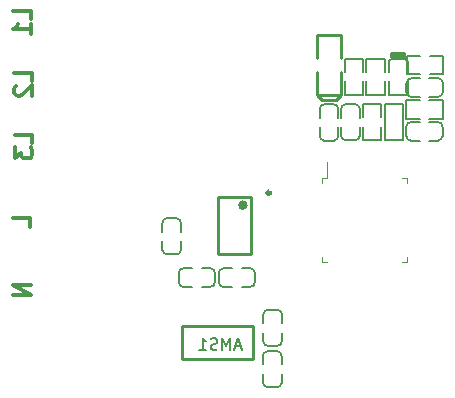
<source format=gbr>
%TF.GenerationSoftware,KiCad,Pcbnew,(5.0.2)-1*%
%TF.CreationDate,2020-06-03T15:28:38+08:00*%
%TF.ProjectId,MixRelays,4d697852-656c-4617-9973-2e6b69636164,rev?*%
%TF.SameCoordinates,Original*%
%TF.FileFunction,Legend,Bot*%
%TF.FilePolarity,Positive*%
%FSLAX46Y46*%
G04 Gerber Fmt 4.6, Leading zero omitted, Abs format (unit mm)*
G04 Created by KiCad (PCBNEW (5.0.2)-1) date 2020-06-03 15:28:38*
%MOMM*%
%LPD*%
G01*
G04 APERTURE LIST*
%ADD10C,0.300000*%
%ADD11C,0.254000*%
%ADD12C,0.200000*%
%ADD13C,0.120000*%
%ADD14C,0.400000*%
%ADD15C,0.150000*%
G04 APERTURE END LIST*
D10*
X115090331Y-128600888D02*
X113590331Y-128600888D01*
X115090331Y-129458031D01*
X113590331Y-129458031D01*
X115072551Y-123639045D02*
X115072551Y-122924760D01*
X113572551Y-122924760D01*
X115235111Y-116569680D02*
X115235111Y-115855394D01*
X113735111Y-115855394D01*
X113735111Y-116926822D02*
X113735111Y-117855394D01*
X114306540Y-117355394D01*
X114306540Y-117569680D01*
X114377968Y-117712537D01*
X114449397Y-117783965D01*
X114592254Y-117855394D01*
X114949397Y-117855394D01*
X115092254Y-117783965D01*
X115163682Y-117712537D01*
X115235111Y-117569680D01*
X115235111Y-117141108D01*
X115163682Y-116998251D01*
X115092254Y-116926822D01*
X115224951Y-111299180D02*
X115224951Y-110584894D01*
X113724951Y-110584894D01*
X113867808Y-111727751D02*
X113796380Y-111799180D01*
X113724951Y-111942037D01*
X113724951Y-112299180D01*
X113796380Y-112442037D01*
X113867808Y-112513465D01*
X114010665Y-112584894D01*
X114153522Y-112584894D01*
X114367808Y-112513465D01*
X115224951Y-111656322D01*
X115224951Y-112584894D01*
X115100491Y-106074400D02*
X115100491Y-105360114D01*
X113600491Y-105360114D01*
X115100491Y-107360114D02*
X115100491Y-106502971D01*
X115100491Y-106931542D02*
X113600491Y-106931542D01*
X113814777Y-106788685D01*
X113957634Y-106645828D01*
X114029062Y-106502971D01*
D11*
X141359860Y-112451060D02*
X140957860Y-112887060D01*
X139355860Y-112451060D02*
X139757860Y-112887060D01*
X140957860Y-112887060D02*
X139757860Y-112887060D01*
X139355860Y-110514060D02*
X139355860Y-112451060D01*
X139355860Y-107377060D02*
X139355860Y-109314060D01*
X141359860Y-107377060D02*
X141359860Y-109314060D01*
X141359860Y-110514060D02*
X141359860Y-112451060D01*
X141359860Y-107377060D02*
X139355860Y-107377060D01*
X141359860Y-112451060D02*
X139355860Y-112451060D01*
D12*
X146646960Y-113249760D02*
X145066960Y-113249760D01*
X146646960Y-113249760D02*
X146646960Y-116319760D01*
X146646960Y-116319760D02*
X145066960Y-116319760D01*
X145066960Y-113249760D02*
X145066960Y-116319760D01*
X149990760Y-111469060D02*
G75*
G03X149590760Y-111069060I-400000J0D01*
G01*
X149590760Y-112649060D02*
G75*
G03X149990760Y-112249060I0J400000D01*
G01*
X146920760Y-112249060D02*
G75*
G03X147320760Y-112649060I400000J0D01*
G01*
X147320760Y-111069060D02*
G75*
G03X146920760Y-111469060I0J-400000D01*
G01*
X149590760Y-112649060D02*
X148855760Y-112649060D01*
X148055760Y-112649060D02*
X147320760Y-112649060D01*
X148055760Y-111069060D02*
X147320760Y-111069060D01*
X149990760Y-112249060D02*
X149990760Y-111469060D01*
X146920760Y-112249060D02*
X146920760Y-111469060D01*
X149590760Y-111069060D02*
X148855760Y-111069060D01*
X148855760Y-112923260D02*
X149990760Y-112923260D01*
X146920760Y-112923260D02*
X148055760Y-112923260D01*
X148855760Y-114503260D02*
X149990760Y-114503260D01*
X146920760Y-112923260D02*
X146920760Y-114503260D01*
X149990760Y-112923260D02*
X149990760Y-114503260D01*
X146920760Y-114503260D02*
X148055760Y-114503260D01*
X141676060Y-109401660D02*
X141676060Y-110536660D01*
X143256060Y-112471660D02*
X141676060Y-112471660D01*
X143256060Y-109401660D02*
X141676060Y-109401660D01*
X141676060Y-111336660D02*
X141676060Y-112471660D01*
X143256060Y-109401660D02*
X143256060Y-110536660D01*
X143256060Y-111336660D02*
X143256060Y-112471660D01*
X148873160Y-109151360D02*
X150008160Y-109151360D01*
X146938160Y-109151360D02*
X148073160Y-109151360D01*
X148873160Y-110731360D02*
X150008160Y-110731360D01*
X146938160Y-109151360D02*
X146938160Y-110731360D01*
X150008160Y-109151360D02*
X150008160Y-110731360D01*
X146938160Y-110731360D02*
X148073160Y-110731360D01*
D13*
X139807760Y-126645860D02*
X140227760Y-126645860D01*
X146927760Y-126645860D02*
X146507760Y-126645860D01*
X146927760Y-119525860D02*
X146507760Y-119525860D01*
X139807760Y-119525860D02*
X139807760Y-119945860D01*
X146927760Y-126645860D02*
X146927760Y-126225860D01*
X139807760Y-126645860D02*
X139807760Y-126225860D01*
X140227760Y-119525860D02*
X140227760Y-118145860D01*
X139807760Y-119525860D02*
X140227760Y-119525860D01*
X146927760Y-119525860D02*
X146927760Y-119945860D01*
D14*
X133265440Y-121817660D02*
G75*
G03X133265440Y-121817660I-200000J0D01*
G01*
D10*
X135415440Y-120767660D02*
G75*
G03X135415440Y-120767660I-150000J0D01*
G01*
D11*
X133765440Y-125917660D02*
X130965440Y-125917660D01*
X133765440Y-121117660D02*
X130965440Y-121117660D01*
X130965440Y-121117660D02*
X130965440Y-125917660D01*
X133765440Y-121117660D02*
X133765440Y-125917660D01*
D12*
X139567860Y-113670460D02*
X139567860Y-114405460D01*
X140747860Y-116340460D02*
X139967860Y-116340460D01*
X140747860Y-113270460D02*
X139967860Y-113270460D01*
X139567860Y-115205460D02*
X139567860Y-115940460D01*
X141147860Y-115205460D02*
X141147860Y-115940460D01*
X141147860Y-113670460D02*
X141147860Y-114405460D01*
X139567860Y-115940460D02*
G75*
G03X139967860Y-116340460I400000J0D01*
G01*
X140747860Y-116340460D02*
G75*
G03X141147860Y-115940460I0J400000D01*
G01*
X141147860Y-113670460D02*
G75*
G03X140747860Y-113270460I-400000J0D01*
G01*
X139967860Y-113270460D02*
G75*
G03X139567860Y-113670460I0J-400000D01*
G01*
X135977384Y-133738370D02*
G75*
G03X136377384Y-133338370I0J400000D01*
G01*
X134797384Y-133338370D02*
G75*
G03X135197384Y-133738370I400000J0D01*
G01*
X135197384Y-130668370D02*
G75*
G03X134797384Y-131068370I0J-400000D01*
G01*
X136377384Y-131068370D02*
G75*
G03X135977384Y-130668370I-400000J0D01*
G01*
X134797384Y-133338370D02*
X134797384Y-132603370D01*
X134797384Y-131803370D02*
X134797384Y-131068370D01*
X136377384Y-131803370D02*
X136377384Y-131068370D01*
X135197384Y-133738370D02*
X135977384Y-133738370D01*
X135197384Y-130668370D02*
X135977384Y-130668370D01*
X136377384Y-133338370D02*
X136377384Y-132603370D01*
X131421050Y-128737776D02*
X132156050Y-128737776D01*
X134091050Y-127557776D02*
X134091050Y-128337776D01*
X131021050Y-127557776D02*
X131021050Y-128337776D01*
X132956050Y-128737776D02*
X133691050Y-128737776D01*
X132956050Y-127157776D02*
X133691050Y-127157776D01*
X131421050Y-127157776D02*
X132156050Y-127157776D01*
X133691050Y-128737776D02*
G75*
G03X134091050Y-128337776I0J400000D01*
G01*
X134091050Y-127557776D02*
G75*
G03X133691050Y-127157776I-400000J0D01*
G01*
X131421050Y-127157776D02*
G75*
G03X131021050Y-127557776I0J-400000D01*
G01*
X131021050Y-128337776D02*
G75*
G03X131421050Y-128737776I400000J0D01*
G01*
X130708150Y-127555236D02*
G75*
G03X130308150Y-127155236I-400000J0D01*
G01*
X130308150Y-128735236D02*
G75*
G03X130708150Y-128335236I0J400000D01*
G01*
X127638150Y-128335236D02*
G75*
G03X128038150Y-128735236I400000J0D01*
G01*
X128038150Y-127155236D02*
G75*
G03X127638150Y-127555236I0J-400000D01*
G01*
X130308150Y-128735236D02*
X129573150Y-128735236D01*
X128773150Y-128735236D02*
X128038150Y-128735236D01*
X128773150Y-127155236D02*
X128038150Y-127155236D01*
X130708150Y-128335236D02*
X130708150Y-127555236D01*
X127638150Y-128335236D02*
X127638150Y-127555236D01*
X130308150Y-127155236D02*
X129573150Y-127155236D01*
X146822260Y-109423960D02*
X147015260Y-109623960D01*
X145628260Y-109423960D02*
X145435260Y-109623960D01*
X145435260Y-109623960D02*
X145435260Y-110523960D01*
X147015260Y-112458960D02*
X145435260Y-112458960D01*
X146822260Y-109423960D02*
X145628260Y-109423960D01*
X145435260Y-111323960D02*
X145435260Y-112458960D01*
X147015260Y-109623960D02*
X147015260Y-110523960D01*
X147015260Y-111323960D02*
X147015260Y-112458960D01*
D15*
G36*
X146825260Y-108948960D02*
X146825260Y-109248960D01*
X145625260Y-109248960D01*
X145625260Y-108948960D01*
X146825260Y-108948960D01*
G37*
X146825260Y-108948960D02*
X146825260Y-109248960D01*
X145625260Y-109248960D01*
X145625260Y-108948960D01*
X146825260Y-108948960D01*
D12*
X145110260Y-112471660D02*
X145110260Y-111336660D01*
X143530260Y-109401660D02*
X145110260Y-109401660D01*
X143530260Y-112471660D02*
X145110260Y-112471660D01*
X145110260Y-110536660D02*
X145110260Y-109401660D01*
X143530260Y-112471660D02*
X143530260Y-111336660D01*
X143530260Y-110536660D02*
X143530260Y-109401660D01*
X143212760Y-114384760D02*
X143212760Y-113249760D01*
X143212760Y-116319760D02*
X143212760Y-115184760D01*
X144792760Y-114384760D02*
X144792760Y-113249760D01*
X143212760Y-116319760D02*
X144792760Y-116319760D01*
X143212760Y-113249760D02*
X144792760Y-113249760D01*
X144792760Y-116319760D02*
X144792760Y-115184760D01*
X126653180Y-122917000D02*
G75*
G03X126253180Y-123317000I0J-400000D01*
G01*
X127833180Y-123317000D02*
G75*
G03X127433180Y-122917000I-400000J0D01*
G01*
X127433180Y-125987000D02*
G75*
G03X127833180Y-125587000I0J400000D01*
G01*
X126253180Y-125587000D02*
G75*
G03X126653180Y-125987000I400000J0D01*
G01*
X127833180Y-123317000D02*
X127833180Y-124052000D01*
X127833180Y-124852000D02*
X127833180Y-125587000D01*
X126253180Y-124852000D02*
X126253180Y-125587000D01*
X127433180Y-122917000D02*
X126653180Y-122917000D01*
X127433180Y-125987000D02*
X126653180Y-125987000D01*
X126253180Y-123317000D02*
X126253180Y-124052000D01*
X135166904Y-134165950D02*
G75*
G03X134766904Y-134565950I0J-400000D01*
G01*
X136346904Y-134565950D02*
G75*
G03X135946904Y-134165950I-400000J0D01*
G01*
X135946904Y-137235950D02*
G75*
G03X136346904Y-136835950I0J400000D01*
G01*
X134766904Y-136835950D02*
G75*
G03X135166904Y-137235950I400000J0D01*
G01*
X136346904Y-134565950D02*
X136346904Y-135300950D01*
X136346904Y-136100950D02*
X136346904Y-136835950D01*
X134766904Y-136100950D02*
X134766904Y-136835950D01*
X135946904Y-134165950D02*
X135166904Y-134165950D01*
X135946904Y-137235950D02*
X135166904Y-137235950D01*
X134766904Y-134565950D02*
X134766904Y-135300950D01*
X142563960Y-116332460D02*
G75*
G03X142963960Y-115932460I0J400000D01*
G01*
X141383960Y-115932460D02*
G75*
G03X141783960Y-116332460I400000J0D01*
G01*
X141783960Y-113262460D02*
G75*
G03X141383960Y-113662460I0J-400000D01*
G01*
X142963960Y-113662460D02*
G75*
G03X142563960Y-113262460I-400000J0D01*
G01*
X141383960Y-115932460D02*
X141383960Y-115197460D01*
X141383960Y-114397460D02*
X141383960Y-113662460D01*
X142963960Y-114397460D02*
X142963960Y-113662460D01*
X141783960Y-116332460D02*
X142563960Y-116332460D01*
X141783960Y-113262460D02*
X142563960Y-113262460D01*
X142963960Y-115932460D02*
X142963960Y-115197460D01*
D11*
X133913784Y-134840350D02*
X133913784Y-132040350D01*
X127913784Y-134840350D02*
X133913784Y-134840350D01*
X127913784Y-134840350D02*
X127913784Y-132040350D01*
X127913784Y-132040350D02*
X133913784Y-132040350D01*
D12*
X149974760Y-115164760D02*
G75*
G03X149574760Y-114764760I-400000J0D01*
G01*
X149574760Y-116344760D02*
G75*
G03X149974760Y-115944760I0J400000D01*
G01*
X146904760Y-115944760D02*
G75*
G03X147304760Y-116344760I400000J0D01*
G01*
X147304760Y-114764760D02*
G75*
G03X146904760Y-115164760I0J-400000D01*
G01*
X149574760Y-116344760D02*
X148839760Y-116344760D01*
X148039760Y-116344760D02*
X147304760Y-116344760D01*
X148039760Y-114764760D02*
X147304760Y-114764760D01*
X149974760Y-115944760D02*
X149974760Y-115164760D01*
X146904760Y-115944760D02*
X146904760Y-115164760D01*
X149574760Y-114764760D02*
X148839760Y-114764760D01*
D15*
X132899208Y-133777456D02*
X132423018Y-133777456D01*
X132994446Y-134063170D02*
X132661113Y-133063170D01*
X132327780Y-134063170D01*
X131994446Y-134063170D02*
X131994446Y-133063170D01*
X131661113Y-133777456D01*
X131327780Y-133063170D01*
X131327780Y-134063170D01*
X130899208Y-134015551D02*
X130756351Y-134063170D01*
X130518256Y-134063170D01*
X130423018Y-134015551D01*
X130375399Y-133967932D01*
X130327780Y-133872694D01*
X130327780Y-133777456D01*
X130375399Y-133682218D01*
X130423018Y-133634599D01*
X130518256Y-133586980D01*
X130708732Y-133539361D01*
X130803970Y-133491742D01*
X130851589Y-133444123D01*
X130899208Y-133348885D01*
X130899208Y-133253647D01*
X130851589Y-133158409D01*
X130803970Y-133110790D01*
X130708732Y-133063170D01*
X130470637Y-133063170D01*
X130327780Y-133110790D01*
X129375399Y-134063170D02*
X129946827Y-134063170D01*
X129661113Y-134063170D02*
X129661113Y-133063170D01*
X129756351Y-133206028D01*
X129851589Y-133301266D01*
X129946827Y-133348885D01*
M02*

</source>
